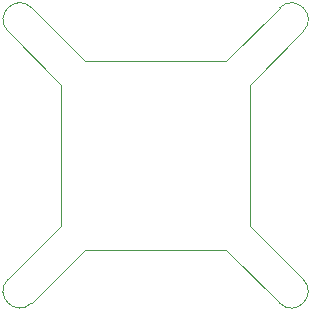
<source format=gko>
G04 (created by PCBNEW (2013-07-07 BZR 4022)-stable) date 11/13/2014 8:18:10 PM*
%MOIN*%
G04 Gerber Fmt 3.4, Leading zero omitted, Abs format*
%FSLAX34Y34*%
G01*
G70*
G90*
G04 APERTURE LIST*
%ADD10C,0.00590551*%
%ADD11C,0.00393701*%
G04 APERTURE END LIST*
G54D10*
G54D11*
X-2362Y-3149D02*
X-4133Y-4921D01*
X2362Y-3149D02*
X-2362Y-3149D01*
X4133Y-4921D02*
X2362Y-3149D01*
X3149Y-2362D02*
X4921Y-4133D01*
X3149Y2362D02*
X3149Y-2362D01*
X4921Y4133D02*
X3149Y2362D01*
X2362Y3149D02*
X4133Y4921D01*
X-2362Y3149D02*
X2362Y3149D01*
X-4133Y4921D02*
X-2362Y3149D01*
X-3149Y-2362D02*
X-3149Y2362D01*
X-4921Y-4133D02*
X-3149Y-2362D01*
X-4921Y4133D02*
X-3149Y2362D01*
X-4133Y4921D02*
G75*
G03X-4921Y4133I-393J-393D01*
G74*
G01*
X-4921Y-4133D02*
G75*
G03X-4133Y-4921I393J-393D01*
G74*
G01*
X4133Y-4921D02*
G75*
G03X4921Y-4133I393J393D01*
G74*
G01*
X4921Y4133D02*
G75*
G03X4133Y4921I-393J393D01*
G74*
G01*
M02*

</source>
